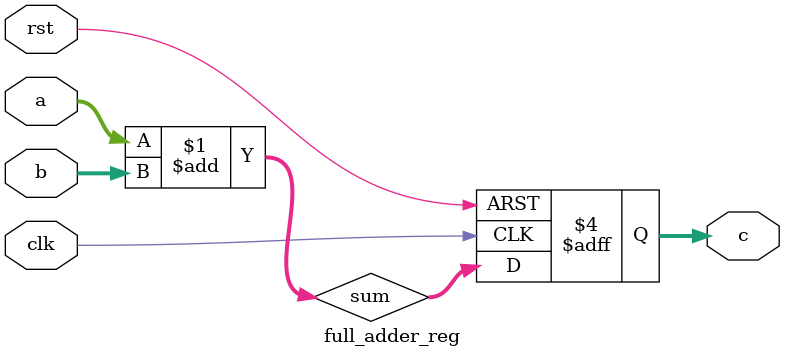
<source format=v>
module full_adder_reg (input            clk , 
                       input            rst , 
	               input      [3:0] a   , 
	               input      [3:0] b   , 
	               output reg [4:0] c   );
wire [4:0] sum=a+b;
always @(posedge clk, negedge rst) begin
  if(~rst) begin
    c <= 5'h0;
  end else begin
    c <= sum ;
  end
end
endmodule

</source>
